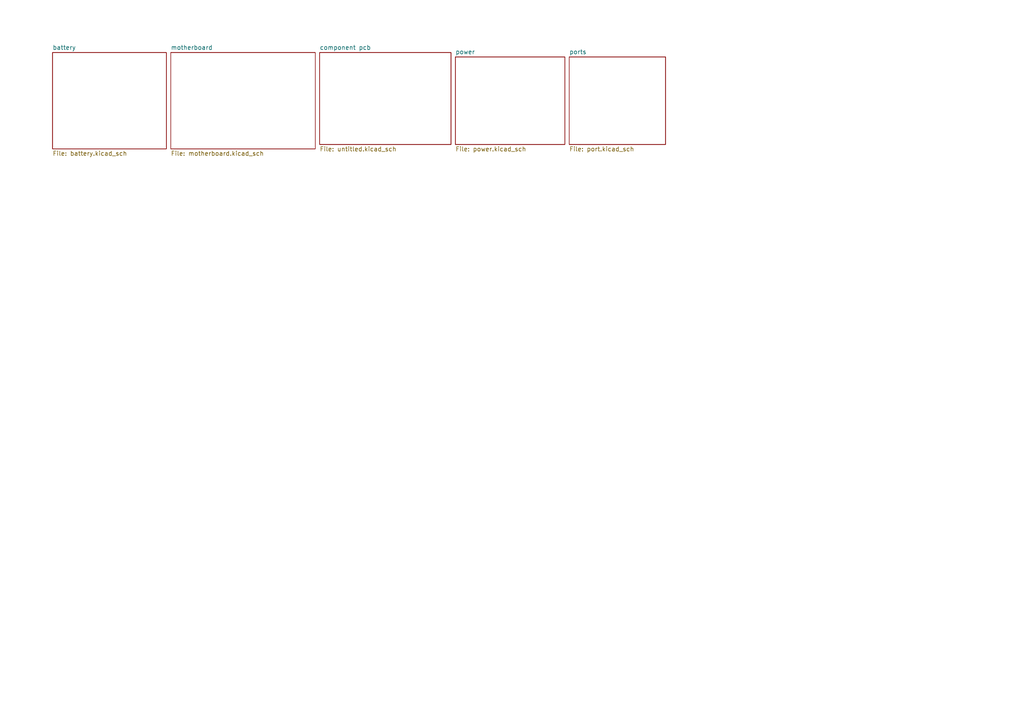
<source format=kicad_sch>
(kicad_sch (version 20230121) (generator eeschema)
  (paper "A4")
  (lib_symbols)
  (sheet (at 15.24 15.24) (size 33.02 27.94) (stroke (width 0.1524))
    (property "Sheetname" "battery" (at 15.24 14.5284 0) (effects (justify left bottom)))
    (property "Sheetfile" "battery.kicad_sch" (at 15.24 43.7646 0) (effects (justify left top)))
  )
  (sheet (at 92.71 15.24) (size 38.1 26.67) (stroke (width 0.1524))
    (property "Sheetname" "component pcb" (at 92.71 14.5284 0) (effects (justify left bottom)))
    (property "Sheetfile" "untitled.kicad_sch" (at 92.71 42.4946 0) (effects (justify left top)))
  )
  (sheet (at 49.53 15.24) (size 41.91 27.94) (stroke (width 0.1524))
    (property "Sheetname" "motherboard" (at 49.53 14.5284 0) (effects (justify left bottom)))
    (property "Sheetfile" "motherboard.kicad_sch" (at 49.53 43.7646 0) (effects (justify left top)))
  )
  (sheet (at 132.08 16.51) (size 31.75 25.4) (stroke (width 0.1524))
    (property "Sheetname" "power" (at 132.08 15.7984 0) (effects (justify left bottom)))
    (property "Sheetfile" "power.kicad_sch" (at 132.08 42.4946 0) (effects (justify left top)))
  )
  (sheet (at 165.1 16.51) (size 27.94 25.4) (stroke (width 0.1524))
    (property "Sheetname" "ports " (at 165.1 15.7984 0) (effects (justify left bottom)))
    (property "Sheetfile" "port.kicad_sch" (at 165.1 42.4946 0) (effects (justify left top)))
  )
)
</source>
